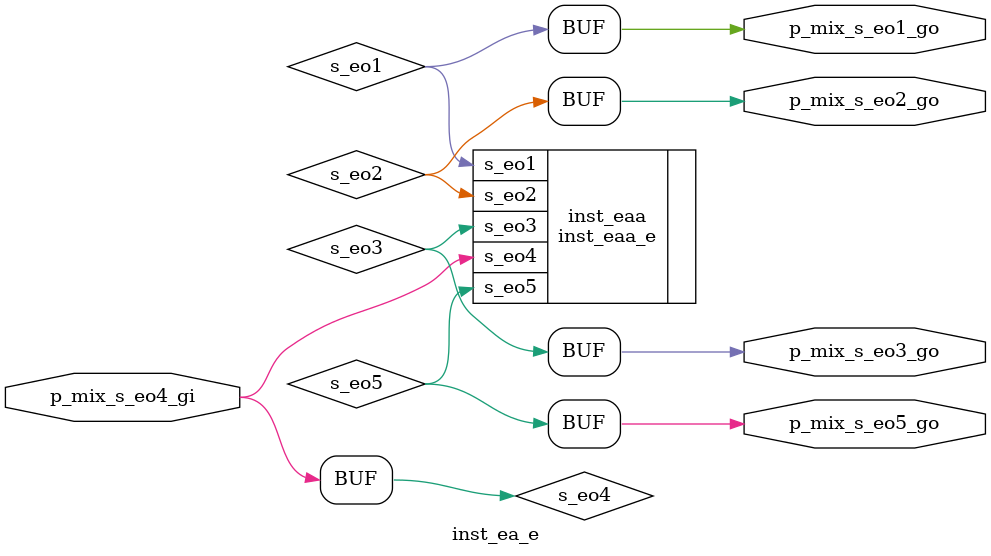
<source format=v>


`timescale 1ns/10ps


	// No `defines in this module

module inst_ea_e
	//
	// Generated module inst_ea
	//
		(
		p_mix_s_eo1_go,
		p_mix_s_eo2_go,
		p_mix_s_eo3_go,
		p_mix_s_eo4_gi,
		p_mix_s_eo5_go
		);
		// Generated Module Inputs:
		input		p_mix_s_eo4_gi;
		// Generated Module Outputs:
		output		p_mix_s_eo1_go;
		output		p_mix_s_eo2_go;
		output		p_mix_s_eo3_go;
		output		p_mix_s_eo5_go;
		// Generated Wires:
		wire		p_mix_s_eo1_go;
		wire		p_mix_s_eo2_go;
		wire		p_mix_s_eo3_go;
		wire		p_mix_s_eo4_gi;
		wire		p_mix_s_eo5_go;
		// End of generated module header


    // Internal signals

		//
		// Generated Signal List
		//
			wire  s_eo1; // __W_PORT_SIGNAL_MAP_REQ
			wire  s_eo2; // __W_PORT_SIGNAL_MAP_REQ
			wire  s_eo3; // __W_PORT_SIGNAL_MAP_REQ
			wire  s_eo4; // __W_PORT_SIGNAL_MAP_REQ
			wire  s_eo5; // __W_PORT_SIGNAL_MAP_REQ
		//
		// End of Generated Signal List
		//


    // %COMPILER_OPTS%

	// Generated Signal Assignments
			assign	p_mix_s_eo1_go = s_eo1;  // __I_O_BIT_PORT
			assign	p_mix_s_eo2_go = s_eo2;  // __I_O_BIT_PORT
			assign	p_mix_s_eo3_go = s_eo3;  // __I_O_BIT_PORT
			assign	s_eo4 = p_mix_s_eo4_gi;  // __I_I_SLICE_PORT // __I_SINGLE_BIT (0)
			assign	p_mix_s_eo5_go = s_eo5;  // __I_O_BIT_PORT


    //
    // Generated Instances
    // wiring ...

	// Generated Instances and Port Mappings
		// Generated Instance Port Map for inst_eaa
		inst_eaa_e inst_eaa(
			.s_eo1(s_eo1),
			.s_eo2(s_eo2),
			.s_eo3(s_eo3),
			.s_eo4(s_eo4),
			.s_eo5(s_eo5)
		);
		// End of Generated Instance Port Map for inst_eaa

		// Generated Instance Port Map for inst_eab
		inst_eab_e inst_eab(

		);
		// End of Generated Instance Port Map for inst_eab

		// Generated Instance Port Map for inst_eac
		inst_eac_e inst_eac(

		);
		// End of Generated Instance Port Map for inst_eac



endmodule
//
// End of Generated Module rtl of inst_ea_e
//
//
//!End of Module/s
// --------------------------------------------------------------

</source>
